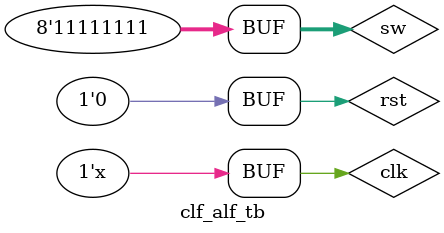
<source format=v>
`timescale 1ns / 1ps


module clf_alf_tb();
wire sA,sB,sC,sD,sE,sF,sG;
reg [7:0]sw;
reg clk,rst;
clf_alf dut(sA,sB,sC,sD,sE,sF,sG,sw,clk,rst);
initial clk=0;
always clk=#5 ~clk;
initial begin
rst=1;
#30 rst=0;
end
initial begin
sw=8'b11111111;
#50 sw=8'b11111110;
#50 sw=8'b11111111;
#50 sw=8'b11111110;
#50 sw=8'b11111111;
#50 sw=8'b11111011;
#50 sw=8'b11111111;
#50 sw=8'b11110111;
#50 sw=8'b11111111;


end

 initial begin
    $monitor("Time=%0t | rst=%b | sw=%b | sA=%b, sB=%b, sC=%b, sD=%b, sE=%b, sF=%b, sG=%b", 
              $time, rst, sw, sA, sB, sC, sD, sE, sF, sG);
  end
endmodule

</source>
